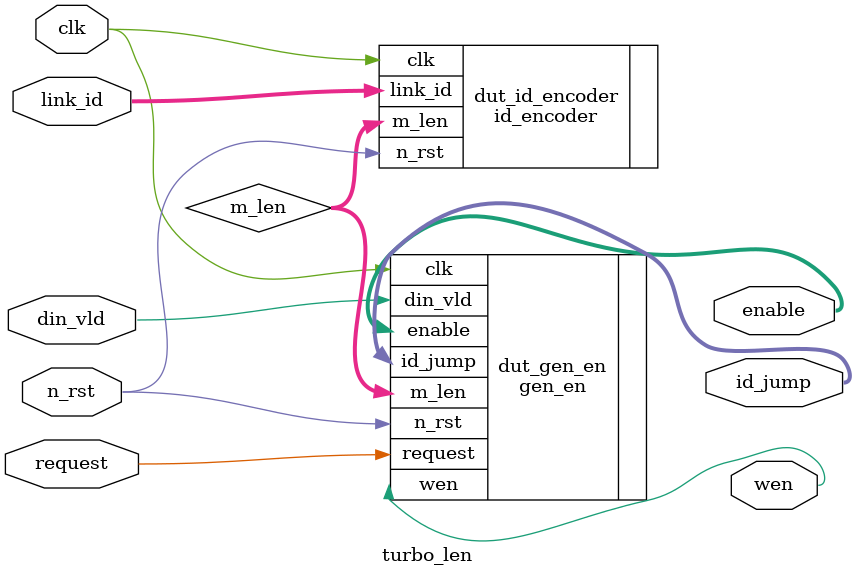
<source format=v>
`timescale 1ps/1ps

module turbo_len (
    input clk,
    input n_rst,
    input din_vld,
    input request,
    input [5:0] link_id,
    output [15:0] enable,
    output [15:0] id_jump,
    output wen
);
    wire [12:0] m_len;

    id_encoder dut_id_encoder(
        .clk(clk),
        .n_rst(n_rst),
        .link_id(link_id),
        .m_len(m_len)
    );

    gen_en dut_gen_en(
        .clk(clk),
        .n_rst(n_rst),
        .din_vld(din_vld),
        .request(request),
        .m_len(m_len),
        .enable(enable),
        .id_jump(id_jump),
        .wen(wen)
    );

endmodule
</source>
